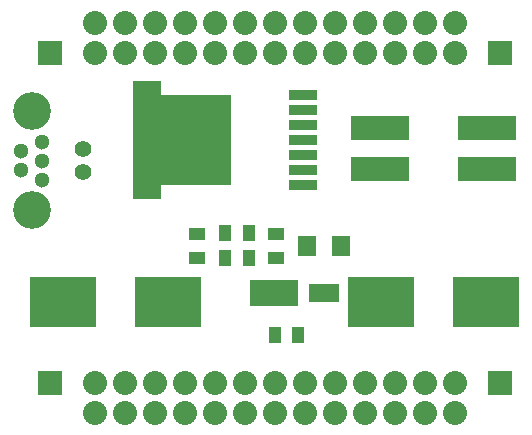
<source format=gts>
G04 #@! TF.FileFunction,Soldermask,Top*
%FSLAX46Y46*%
G04 Gerber Fmt 4.6, Leading zero omitted, Abs format (unit mm)*
G04 Created by KiCad (PCBNEW (2015-06-26 BZR 5832)-product) date Dienstag, 12. Januar 2016 'u45' 20:45:01*
%MOMM*%
G01*
G04 APERTURE LIST*
%ADD10C,0.150000*%
%ADD11C,1.422400*%
%ADD12C,2.032000*%
%ADD13R,1.099820X1.399540*%
%ADD14R,1.597660X1.800860*%
%ADD15R,2.500000X1.520000*%
%ADD16R,4.100000X2.200000*%
%ADD17R,1.399540X1.099820*%
%ADD18R,2.032000X2.032000*%
%ADD19O,2.032000X2.032000*%
%ADD20C,1.300000*%
%ADD21C,3.200000*%
%ADD22R,6.350000X7.620000*%
%ADD23R,2.410000X0.910000*%
%ADD24R,2.410000X10.000000*%
%ADD25R,5.000000X2.150000*%
%ADD26R,5.600000X4.300000*%
G04 APERTURE END LIST*
D10*
D11*
X98044000Y-99042220D03*
X98044000Y-97045780D03*
D12*
X116840000Y-119380000D03*
X114300000Y-119380000D03*
X111760000Y-119380000D03*
X116840000Y-116840000D03*
X114300000Y-116840000D03*
X111760000Y-116840000D03*
X116840000Y-88900000D03*
X114300000Y-88900000D03*
X111760000Y-88900000D03*
D13*
X112123220Y-106299000D03*
X110126780Y-106299000D03*
X112123220Y-104140000D03*
X110126780Y-104140000D03*
D14*
X117071140Y-105283000D03*
X119910860Y-105283000D03*
D15*
X118502000Y-109220000D03*
D16*
X114282000Y-109220000D03*
D12*
X99060000Y-116840000D03*
X104140000Y-88900000D03*
X106680000Y-88900000D03*
X121920000Y-88900000D03*
X124460000Y-88900000D03*
D17*
X114427000Y-104284780D03*
X114427000Y-106281220D03*
D13*
X116314220Y-112776000D03*
X114317780Y-112776000D03*
D17*
X107696000Y-104284780D03*
X107696000Y-106281220D03*
D12*
X116840000Y-86360000D03*
X114300000Y-86360000D03*
X111760000Y-86360000D03*
D18*
X95250000Y-88900000D03*
D12*
X99060000Y-88900000D03*
X101600000Y-88900000D03*
D18*
X133350000Y-88900000D03*
X133350000Y-116840000D03*
D12*
X101600000Y-116840000D03*
X101600000Y-119380000D03*
D18*
X95250000Y-116840000D03*
D12*
X99060000Y-86360000D03*
X101600000Y-86360000D03*
X127000000Y-116840000D03*
X104140000Y-86360000D03*
X106680000Y-86360000D03*
X121920000Y-86360000D03*
X127000000Y-86360000D03*
X129540000Y-86360000D03*
X124460000Y-86360000D03*
X129540000Y-119380000D03*
X127000000Y-119380000D03*
X129540000Y-88900000D03*
X127000000Y-88900000D03*
X99060000Y-119380000D03*
X129540000Y-116840000D03*
X104140000Y-119380000D03*
X104140000Y-116840000D03*
X106680000Y-119380000D03*
X106680000Y-116840000D03*
X109220000Y-119380000D03*
X109220000Y-116840000D03*
X119380000Y-119380000D03*
X119380000Y-116840000D03*
X121920000Y-119380000D03*
X121920000Y-116840000D03*
X124460000Y-119380000D03*
X124460000Y-116840000D03*
X119380000Y-88900000D03*
D19*
X119380000Y-86360000D03*
D12*
X109220000Y-88900000D03*
D19*
X109220000Y-86360000D03*
D20*
X94626000Y-99644000D03*
X92826000Y-98844000D03*
X94626000Y-98044000D03*
X92826000Y-97244000D03*
X94626000Y-96444000D03*
D21*
X93726000Y-93844000D03*
X93726000Y-102244000D03*
D22*
X107490000Y-96266000D03*
D23*
X116715000Y-100076000D03*
X116715000Y-98806000D03*
X116715000Y-97536000D03*
X116715000Y-96266000D03*
X116715000Y-94996000D03*
X116715000Y-93726000D03*
X116715000Y-92456000D03*
D24*
X103490000Y-96266000D03*
D25*
X132262000Y-98743000D03*
X132262000Y-95313000D03*
X123262000Y-95313000D03*
X123262000Y-98743000D03*
D26*
X96388000Y-109982000D03*
X105288000Y-109982000D03*
X132212000Y-109982000D03*
X123312000Y-109982000D03*
M02*

</source>
